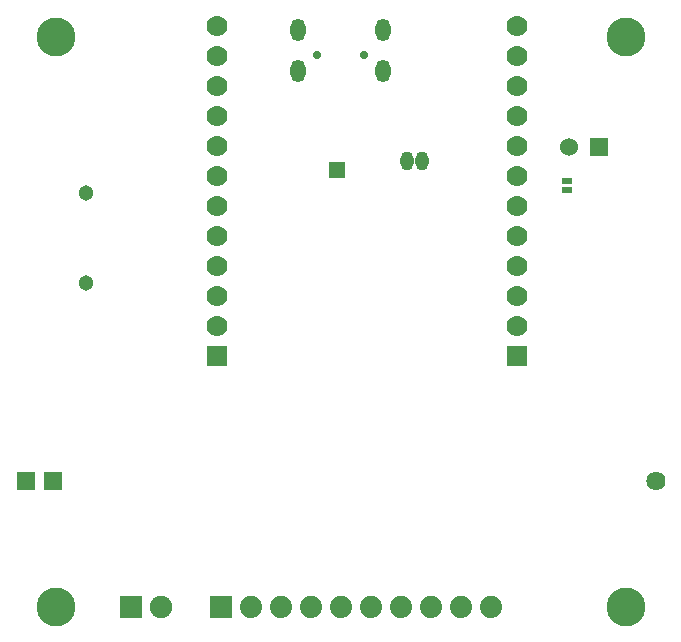
<source format=gbr>
G04 #@! TF.GenerationSoftware,KiCad,Pcbnew,5.1.0-rc2-unknown-036be7d~80~ubuntu16.04.1*
G04 #@! TF.CreationDate,2022-05-16T13:48:37+03:00*
G04 #@! TF.ProjectId,LoRa-STM32WL-DevKit_RevD,4c6f5261-2d53-4544-9d33-32574c2d4465,D*
G04 #@! TF.SameCoordinates,Original*
G04 #@! TF.FileFunction,Soldermask,Bot*
G04 #@! TF.FilePolarity,Negative*
%FSLAX46Y46*%
G04 Gerber Fmt 4.6, Leading zero omitted, Abs format (unit mm)*
G04 Created by KiCad (PCBNEW 5.1.0-rc2-unknown-036be7d~80~ubuntu16.04.1) date 2022-05-16 13:48:37*
%MOMM*%
%LPD*%
G04 APERTURE LIST*
%ADD10C,1.301600*%
%ADD11C,0.701600*%
%ADD12O,1.301600X1.901600*%
%ADD13C,1.524000*%
%ADD14R,1.524000X1.524000*%
%ADD15O,1.101600X1.601600*%
%ADD16C,1.901600*%
%ADD17R,1.901600X1.901600*%
%ADD18R,0.863600X0.609600*%
%ADD19C,1.879600*%
%ADD20R,1.879600X1.879600*%
%ADD21R,1.625600X1.625600*%
%ADD22C,1.625600*%
%ADD23R,1.422400X1.422400*%
%ADD24C,1.778000*%
%ADD25R,1.778000X1.778000*%
%ADD26C,3.300000*%
G04 APERTURE END LIST*
D10*
X62230000Y-103378000D03*
X62230000Y-110998000D03*
D11*
X85820000Y-91689000D03*
X81820000Y-91689000D03*
D12*
X87420000Y-89539000D03*
X87420000Y-93009000D03*
X80220000Y-93009000D03*
X80220000Y-89539000D03*
D13*
X103124000Y-99441000D03*
D14*
X105664000Y-99441000D03*
D15*
X90693400Y-100685600D03*
X89443400Y-100685600D03*
D16*
X68580000Y-138430000D03*
D17*
X66040000Y-138430000D03*
D18*
X102997000Y-103124000D03*
X102997000Y-102362000D03*
D19*
X81280000Y-138430000D03*
X78740000Y-138430000D03*
X76200000Y-138430000D03*
D20*
X73660000Y-138430000D03*
D19*
X83820000Y-138430000D03*
X86360000Y-138430000D03*
X91440000Y-138430000D03*
X88900000Y-138430000D03*
X93980000Y-138430000D03*
X96520000Y-138430000D03*
D21*
X57150000Y-127762000D03*
D22*
X110490000Y-127762000D03*
D21*
X59470000Y-127762000D03*
D23*
X83515200Y-101371400D03*
D24*
X98724000Y-112070000D03*
X98724000Y-106990000D03*
X98724000Y-101910000D03*
X73324000Y-94290000D03*
X98724000Y-89210000D03*
X98724000Y-94290000D03*
X98724000Y-96830000D03*
X98724000Y-99370000D03*
X73324000Y-112070000D03*
X73324000Y-101910000D03*
X98724000Y-91750000D03*
X98724000Y-114610000D03*
X73324000Y-89210000D03*
X73324000Y-114610000D03*
X73324000Y-99370000D03*
D25*
X98724000Y-117150000D03*
D24*
X73324000Y-96830000D03*
X73324000Y-104450000D03*
X98724000Y-104450000D03*
X73324000Y-106990000D03*
X73324000Y-91750000D03*
X73324000Y-109530000D03*
X98724000Y-109530000D03*
D25*
X73324000Y-117150000D03*
D26*
X107950000Y-138430000D03*
X59690000Y-138430000D03*
X59690000Y-90170000D03*
X107950000Y-90170000D03*
M02*

</source>
